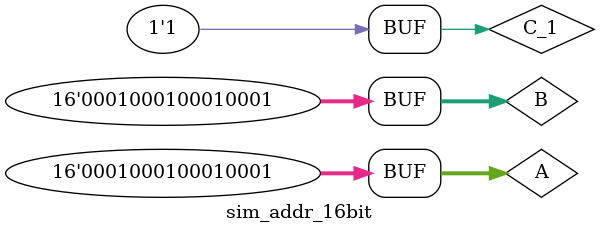
<source format=v>
`timescale 1ns / 1ps


module sim_addr_16bit();
    reg[15:0] A, B;
    reg C_1;
    wire [15:0]S;
    wire C3;
    
    initial begin
    A = 16'h1111;B = 16'h1111;C_1 = 1;
    end
    addr_16bit addr_16bit0(S, C3, A, B, C_1);
endmodule

</source>
